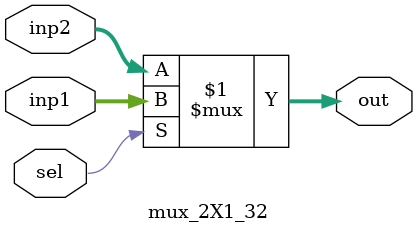
<source format=v>
`timescale 1ns / 1ps

// 32-bit Input 2X1 Multiplexer 
module mux_2X1_32(
	output [31:0] out, 
	input [31:0] inp1, 
	input [31:0] inp2,
	input sel
	);
	
	assign out = sel ? inp1 : inp2;
	
endmodule


</source>
